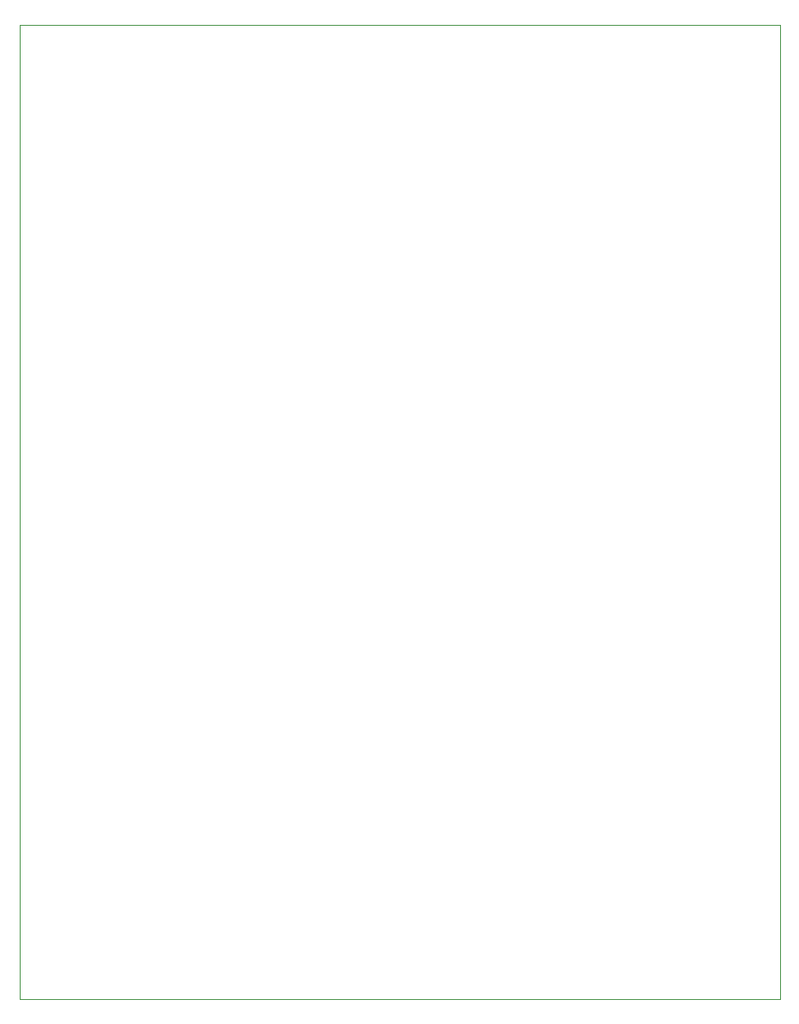
<source format=gko>
G04 #@! TF.FileFunction,Profile,NP*
%FSLAX46Y46*%
G04 Gerber Fmt 4.6, Leading zero omitted, Abs format (unit mm)*
G04 Created by KiCad (PCBNEW 4.0.2-4+6225~38~ubuntu15.04.1-stable) date Sa 02 Apr 2016 14:44:10 CEST*
%MOMM*%
G01*
G04 APERTURE LIST*
%ADD10C,0.150000*%
%ADD11C,0.100000*%
G04 APERTURE END LIST*
D10*
D11*
X0Y-500000D02*
X0Y0D01*
X75000000Y0D02*
X75000000Y-500000D01*
X0Y0D02*
X75000000Y0D01*
X0Y-96000000D02*
X0Y-500000D01*
X75000000Y-96000000D02*
X0Y-96000000D01*
X75000000Y-500000D02*
X75000000Y-96000000D01*
M02*

</source>
